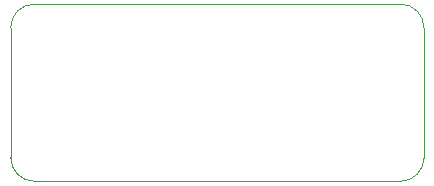
<source format=gm1>
G04 #@! TF.GenerationSoftware,KiCad,Pcbnew,5.1.5*
G04 #@! TF.CreationDate,2020-03-24T12:45:04+09:00*
G04 #@! TF.ProjectId,ABC,4142432e-6b69-4636-9164-5f7063625858,rev?*
G04 #@! TF.SameCoordinates,Original*
G04 #@! TF.FileFunction,Profile,NP*
%FSLAX46Y46*%
G04 Gerber Fmt 4.6, Leading zero omitted, Abs format (unit mm)*
G04 Created by KiCad (PCBNEW 5.1.5) date 2020-03-24 12:45:04*
%MOMM*%
%LPD*%
G04 APERTURE LIST*
%ADD10C,0.050000*%
G04 APERTURE END LIST*
D10*
X83000000Y-51000000D02*
G75*
G02X85000000Y-49000000I2000000J0D01*
G01*
X85000000Y-64000000D02*
G75*
G02X83000000Y-62000000I0J2000000D01*
G01*
X118000000Y-62000000D02*
G75*
G02X116000000Y-64000000I-2000000J0D01*
G01*
X116000000Y-49000000D02*
G75*
G02X118000000Y-51000000I0J-2000000D01*
G01*
X116000000Y-64000000D02*
X85000000Y-64000000D01*
X118000000Y-51000000D02*
X118000000Y-62000000D01*
X85000000Y-49000000D02*
X116000000Y-49000000D01*
X83000000Y-51000000D02*
X83000000Y-62000000D01*
M02*

</source>
